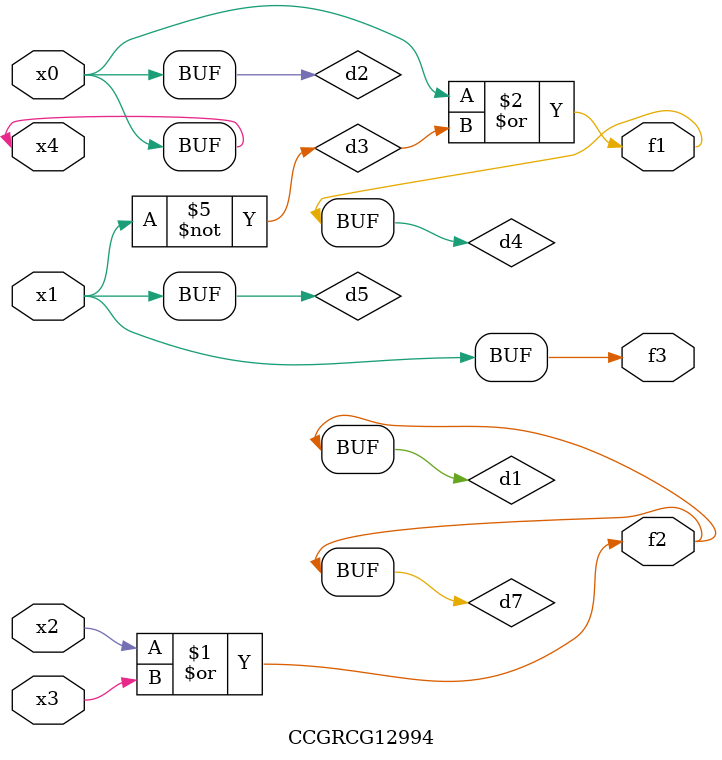
<source format=v>
module CCGRCG12994(
	input x0, x1, x2, x3, x4,
	output f1, f2, f3
);

	wire d1, d2, d3, d4, d5, d6, d7;

	or (d1, x2, x3);
	buf (d2, x0, x4);
	not (d3, x1);
	or (d4, d2, d3);
	not (d5, d3);
	nand (d6, d1, d3);
	or (d7, d1);
	assign f1 = d4;
	assign f2 = d7;
	assign f3 = d5;
endmodule

</source>
